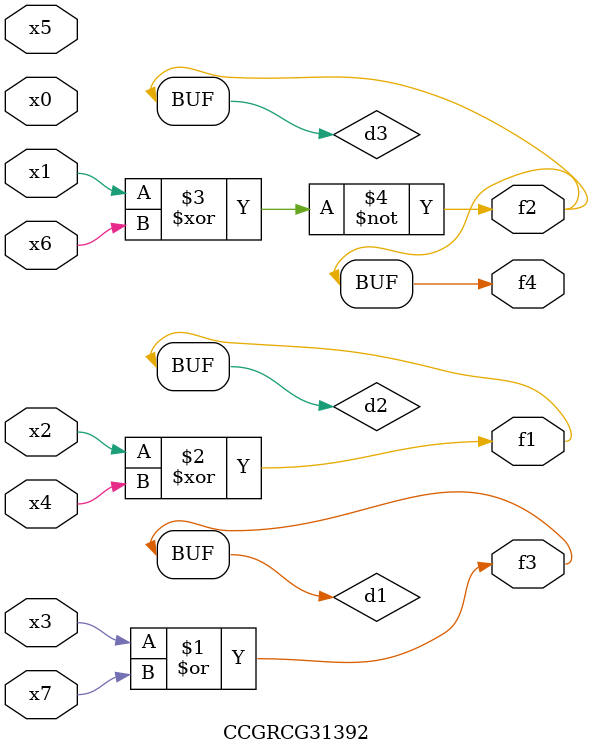
<source format=v>
module CCGRCG31392(
	input x0, x1, x2, x3, x4, x5, x6, x7,
	output f1, f2, f3, f4
);

	wire d1, d2, d3;

	or (d1, x3, x7);
	xor (d2, x2, x4);
	xnor (d3, x1, x6);
	assign f1 = d2;
	assign f2 = d3;
	assign f3 = d1;
	assign f4 = d3;
endmodule

</source>
